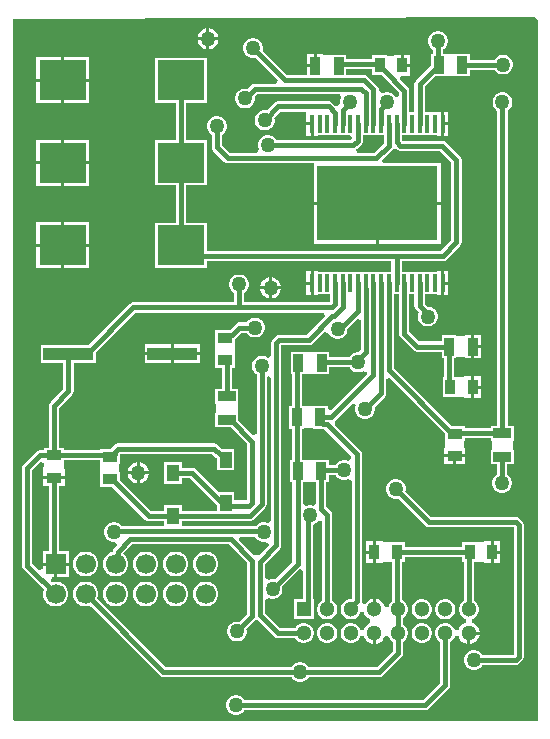
<source format=gbr>
G04*
G04 #@! TF.GenerationSoftware,Altium Limited,Altium Designer,25.4.2 (15)*
G04*
G04 Layer_Physical_Order=1*
G04 Layer_Color=255*
%FSLAX44Y44*%
%MOMM*%
G71*
G04*
G04 #@! TF.SameCoordinates,7F9F24B7-B9C1-45AF-9387-6EDD806BED2B*
G04*
G04*
G04 #@! TF.FilePolarity,Positive*
G04*
G01*
G75*
%ADD19R,4.0000X3.4000*%
%ADD20R,0.8500X1.5000*%
%ADD21R,0.9000X1.3000*%
%ADD22R,10.2000X6.3000*%
%ADD23R,0.4400X1.5000*%
%ADD24R,1.5000X0.8500*%
%ADD25R,1.1000X1.4000*%
%ADD26R,1.3000X0.9000*%
%ADD27R,4.2000X1.1000*%
%ADD42C,0.4500*%
%ADD43C,1.3000*%
%ADD44R,1.3000X1.3000*%
%ADD45R,1.7000X1.7000*%
%ADD46C,1.7000*%
%ADD47C,1.2700*%
G36*
X521000Y649876D02*
Y56000D01*
X77828D01*
X77000Y58000D01*
Y651000D01*
X518876Y651995D01*
X521000Y649876D01*
D02*
G37*
%LPC*%
G36*
X243270Y642863D02*
Y635270D01*
X250863D01*
X250284Y637431D01*
X249114Y639459D01*
X247459Y641114D01*
X245431Y642284D01*
X243270Y642863D01*
D02*
G37*
G36*
X240730D02*
X238569Y642284D01*
X236541Y641114D01*
X234886Y639459D01*
X233716Y637431D01*
X233137Y635270D01*
X240730D01*
Y642863D01*
D02*
G37*
G36*
X250863Y632730D02*
X243270D01*
Y625137D01*
X245431Y625716D01*
X247459Y626886D01*
X249114Y628541D01*
X250284Y630569D01*
X250863Y632730D01*
D02*
G37*
G36*
X240730D02*
X233137D01*
X233716Y630569D01*
X234886Y628541D01*
X236541Y626886D01*
X238569Y625716D01*
X240730Y625137D01*
Y632730D01*
D02*
G37*
G36*
X413440Y620490D02*
X407670D01*
Y612720D01*
X413440D01*
Y620490D01*
D02*
G37*
G36*
X331650Y621050D02*
X326130D01*
Y612280D01*
X331650D01*
Y621050D01*
D02*
G37*
G36*
X141450Y618290D02*
X120180D01*
Y600020D01*
X141450D01*
Y618290D01*
D02*
G37*
G36*
X117640D02*
X96370D01*
Y600020D01*
X117640D01*
Y618290D01*
D02*
G37*
G36*
X141450Y597480D02*
X120180D01*
Y579210D01*
X141450D01*
Y597480D01*
D02*
G37*
G36*
X117640D02*
X96370D01*
Y579210D01*
X117640D01*
Y597480D01*
D02*
G37*
G36*
X437769Y640420D02*
X435571D01*
X433447Y639851D01*
X431543Y638752D01*
X429988Y637197D01*
X428889Y635293D01*
X428320Y633169D01*
Y630971D01*
X428889Y628847D01*
X429988Y626943D01*
X431543Y625388D01*
X432627Y624763D01*
Y621170D01*
X431000D01*
Y611398D01*
X418036Y598434D01*
X417097Y597028D01*
X416767Y595370D01*
Y571550D01*
X412433D01*
Y590009D01*
X412103Y591667D01*
X411164Y593073D01*
X404598Y599638D01*
X405746Y602410D01*
X413440D01*
Y610180D01*
X406400D01*
Y611450D01*
X405130D01*
Y620490D01*
X399360D01*
Y619750D01*
X393900D01*
Y619950D01*
X380900D01*
Y617043D01*
X359170D01*
Y620510D01*
X346670D01*
Y620259D01*
X339710D01*
Y621050D01*
X334190D01*
Y611010D01*
X332920D01*
Y609740D01*
X326130D01*
Y603593D01*
X308585D01*
X288263Y623915D01*
X288500Y624801D01*
Y626999D01*
X287931Y629123D01*
X286832Y631027D01*
X285277Y632582D01*
X283373Y633681D01*
X281249Y634250D01*
X279051D01*
X276927Y633681D01*
X275023Y632582D01*
X273468Y631027D01*
X272369Y629123D01*
X271800Y626999D01*
Y624801D01*
X272369Y622677D01*
X273468Y620773D01*
X275023Y619218D01*
X276927Y618119D01*
X279051Y617550D01*
X281249D01*
X282135Y617787D01*
X300979Y598943D01*
X299736Y595943D01*
X281540D01*
X279882Y595613D01*
X278476Y594674D01*
X275355Y591553D01*
X274469Y591790D01*
X272271D01*
X270147Y591221D01*
X268243Y590122D01*
X266688Y588567D01*
X265589Y586663D01*
X265020Y584539D01*
Y582341D01*
X265589Y580217D01*
X266688Y578313D01*
X268243Y576758D01*
X270147Y575659D01*
X272271Y575090D01*
X274469D01*
X276593Y575659D01*
X278497Y576758D01*
X280052Y578313D01*
X281151Y580217D01*
X281720Y582341D01*
Y584539D01*
X281597Y584996D01*
X283555Y587277D01*
X353351D01*
X353385Y587250D01*
X354908Y584277D01*
X354519Y583603D01*
X353950Y581479D01*
Y579673D01*
X352861Y578318D01*
X351552Y577162D01*
X349644Y577344D01*
X347304Y579684D01*
X345899Y580623D01*
X344240Y580953D01*
X301300D01*
X299642Y580623D01*
X298236Y579684D01*
X291635Y573084D01*
X291089Y573230D01*
X288891D01*
X286767Y572661D01*
X284863Y571562D01*
X283308Y570007D01*
X282209Y568103D01*
X281640Y565979D01*
Y563781D01*
X282209Y561657D01*
X283308Y559753D01*
X284863Y558198D01*
X286767Y557099D01*
X288891Y556530D01*
X291089D01*
X293213Y557099D01*
X295117Y558198D01*
X296672Y559753D01*
X297771Y561657D01*
X298340Y563781D01*
Y565979D01*
X298012Y567204D01*
X303095Y572287D01*
X322441D01*
X325360Y572090D01*
Y563320D01*
X330100D01*
Y562050D01*
X331370D01*
Y552010D01*
X334840D01*
Y552550D01*
X362426D01*
X363682Y549550D01*
X362308Y548153D01*
X299760D01*
X299302Y548947D01*
X297747Y550502D01*
X295843Y551601D01*
X293719Y552170D01*
X291521D01*
X289397Y551601D01*
X287493Y550502D01*
X285938Y548947D01*
X284839Y547043D01*
X284270Y544920D01*
Y542721D01*
X284839Y540597D01*
X285026Y540273D01*
X283294Y537273D01*
X260625D01*
X253763Y544135D01*
Y552750D01*
X254557Y553208D01*
X256112Y554763D01*
X257211Y556667D01*
X257780Y558791D01*
Y560989D01*
X257211Y563113D01*
X256112Y565017D01*
X254557Y566572D01*
X252653Y567671D01*
X250529Y568240D01*
X248331D01*
X246207Y567671D01*
X244303Y566572D01*
X242748Y565017D01*
X241649Y563113D01*
X241080Y560989D01*
Y558791D01*
X241649Y556667D01*
X242748Y554763D01*
X244303Y553208D01*
X245097Y552750D01*
Y542340D01*
X245427Y540682D01*
X246366Y539276D01*
X255766Y529876D01*
X257172Y528937D01*
X258830Y528607D01*
X328817D01*
X331810Y528590D01*
X331810Y525607D01*
Y495820D01*
X385350D01*
X438890D01*
Y528590D01*
X390561D01*
X389318Y531590D01*
X397654Y539926D01*
X399487Y540412D01*
X401445Y540376D01*
X401454Y540371D01*
X402851Y539437D01*
X404510Y539107D01*
X438465D01*
X447987Y529585D01*
Y463265D01*
X439235Y454513D01*
X240910D01*
Y478050D01*
X223243D01*
Y509900D01*
X240910D01*
Y547900D01*
X223243D01*
Y579750D01*
X240910D01*
Y617750D01*
X196910D01*
Y579750D01*
X214577D01*
Y547900D01*
X196910D01*
Y509900D01*
X214577D01*
Y478050D01*
X196910D01*
Y440050D01*
X240910D01*
Y445847D01*
X397267D01*
Y436550D01*
X334840D01*
Y437090D01*
X331370D01*
Y427050D01*
Y417010D01*
X334840D01*
Y417550D01*
X345267D01*
Y410961D01*
X345169Y410863D01*
X272333D01*
Y418860D01*
X273127Y419318D01*
X274682Y420873D01*
X275781Y422777D01*
X276350Y424901D01*
Y427099D01*
X275781Y429223D01*
X274682Y431127D01*
X273127Y432682D01*
X271223Y433781D01*
X269099Y434350D01*
X266901D01*
X264777Y433781D01*
X262873Y432682D01*
X261318Y431127D01*
X260219Y429223D01*
X259650Y427099D01*
Y424901D01*
X260219Y422777D01*
X261318Y420873D01*
X262873Y419318D01*
X263667Y418860D01*
Y410863D01*
X178640D01*
X176982Y410533D01*
X175576Y409594D01*
X140762Y374780D01*
X100890D01*
Y359780D01*
X119557D01*
Y337224D01*
X108696Y326363D01*
X107757Y324958D01*
X107427Y323299D01*
Y287780D01*
X103260D01*
Y285613D01*
X99670D01*
X98012Y285283D01*
X96606Y284344D01*
X85836Y273574D01*
X84897Y272168D01*
X84567Y270510D01*
Y187960D01*
X84897Y186302D01*
X85836Y184896D01*
X103162Y167570D01*
X102530Y165212D01*
Y162448D01*
X103246Y159777D01*
X104628Y157383D01*
X106583Y155428D01*
X108977Y154045D01*
X111648Y153330D01*
X114412D01*
X117083Y154045D01*
X119477Y155428D01*
X121432Y157383D01*
X122814Y159777D01*
X123530Y162448D01*
Y165212D01*
X122814Y167883D01*
X121432Y170277D01*
X119477Y172232D01*
X117083Y173614D01*
X114412Y174330D01*
X111648D01*
X109945Y173874D01*
X108678Y175207D01*
X109929Y178190D01*
X111760D01*
Y187960D01*
X101990D01*
Y184918D01*
X99218Y183770D01*
X93233Y189755D01*
Y268715D01*
X100260Y275742D01*
X103260Y274780D01*
X103429Y272320D01*
X102720Y269320D01*
X102720D01*
Y263550D01*
X111760D01*
X120800D01*
Y269320D01*
X120060D01*
Y274780D01*
X120260D01*
Y276947D01*
X150250D01*
Y273510D01*
X150450D01*
Y267510D01*
X150250D01*
Y254510D01*
X161122D01*
X188826Y226806D01*
X190232Y225867D01*
X191890Y225537D01*
X204590D01*
Y221173D01*
X169056D01*
X169002Y221267D01*
X167447Y222822D01*
X165543Y223921D01*
X163419Y224490D01*
X161221D01*
X159097Y223921D01*
X157193Y222822D01*
X155638Y221267D01*
X154539Y219363D01*
X153970Y217239D01*
Y215041D01*
X154539Y212917D01*
X155638Y211013D01*
X157193Y209458D01*
X159097Y208359D01*
X161221Y207790D01*
X163399D01*
X163446Y207743D01*
X164945Y205093D01*
X162739Y202887D01*
X161800Y201482D01*
X161470Y199823D01*
Y199468D01*
X159777Y199014D01*
X157383Y197632D01*
X155428Y195677D01*
X154046Y193283D01*
X153330Y190612D01*
Y187848D01*
X154046Y185177D01*
X155428Y182783D01*
X157383Y180828D01*
X159777Y179446D01*
X162448Y178730D01*
X165212D01*
X167883Y179446D01*
X170277Y180828D01*
X172232Y182783D01*
X173615Y185177D01*
X174330Y187848D01*
Y190612D01*
X173615Y193283D01*
X172232Y195677D01*
X170277Y197632D01*
X172021Y199913D01*
X178115Y206007D01*
X259505D01*
X275247Y190265D01*
Y147235D01*
X268305Y140293D01*
X267419Y140530D01*
X265221D01*
X263097Y139961D01*
X261193Y138862D01*
X259638Y137307D01*
X258539Y135403D01*
X257970Y133279D01*
Y131081D01*
X258539Y128957D01*
X259638Y127053D01*
X261193Y125498D01*
X263097Y124399D01*
X265221Y123830D01*
X267419D01*
X269543Y124399D01*
X271447Y125498D01*
X273002Y127053D01*
X274101Y128957D01*
X274670Y131081D01*
Y133279D01*
X274433Y134165D01*
X282644Y142376D01*
X285105Y140687D01*
X298046Y127746D01*
X299452Y126807D01*
X301110Y126477D01*
X315597D01*
X316108Y125591D01*
X317691Y124008D01*
X319629Y122889D01*
X321791Y122310D01*
X324029D01*
X326191Y122889D01*
X328129Y124008D01*
X329712Y125591D01*
X330831Y127529D01*
X331410Y129691D01*
Y131929D01*
X330831Y134091D01*
X329712Y136029D01*
X328129Y137612D01*
X326191Y138731D01*
X324029Y139310D01*
X321791D01*
X319629Y138731D01*
X317691Y137612D01*
X316108Y136029D01*
X315597Y135143D01*
X302905D01*
X290413Y147635D01*
Y158772D01*
X293413Y160504D01*
X293457Y160479D01*
X295581Y159910D01*
X297779D01*
X299903Y160479D01*
X301807Y161578D01*
X303362Y163133D01*
X304461Y165037D01*
X305030Y167161D01*
Y169359D01*
X304793Y170245D01*
X319518Y184970D01*
X322518Y183727D01*
Y159310D01*
X314410D01*
Y142310D01*
X331410D01*
Y159310D01*
X331184D01*
Y222626D01*
X331643Y222749D01*
X333547Y223848D01*
X335102Y225403D01*
X335577Y226226D01*
X338577Y225422D01*
Y158123D01*
X337691Y157612D01*
X336108Y156029D01*
X334989Y154091D01*
X334410Y151929D01*
Y149691D01*
X334989Y147529D01*
X336108Y145591D01*
X337691Y144008D01*
X339629Y142889D01*
X341791Y142310D01*
X344029D01*
X346191Y142889D01*
X348129Y144008D01*
X349712Y145591D01*
X350831Y147529D01*
X351410Y149691D01*
Y151929D01*
X350831Y154091D01*
X349712Y156029D01*
X348129Y157612D01*
X347243Y158123D01*
Y231031D01*
X346913Y232689D01*
X345974Y234095D01*
X342153Y237915D01*
Y258470D01*
X344070D01*
Y264387D01*
X350260D01*
X350718Y263593D01*
X352273Y262038D01*
X354177Y260939D01*
X356301Y260370D01*
X358499D01*
X360623Y260939D01*
X360667Y260964D01*
X363667Y259232D01*
Y159995D01*
X362982Y159310D01*
X361791D01*
X359629Y158731D01*
X357691Y157612D01*
X356108Y156029D01*
X354989Y154091D01*
X354410Y151929D01*
Y149691D01*
X354989Y147529D01*
X356108Y145591D01*
X357691Y144008D01*
X359629Y142889D01*
X361791Y142310D01*
X364029D01*
X366191Y142889D01*
X368129Y144008D01*
X369712Y145591D01*
X370831Y147529D01*
X371077Y148450D01*
X374183D01*
X374486Y147321D01*
X375676Y145259D01*
X377359Y143576D01*
X379421Y142386D01*
X379507Y142363D01*
Y139257D01*
X379421Y139234D01*
X377359Y138044D01*
X375676Y136361D01*
X374486Y134299D01*
X374183Y133170D01*
X371077D01*
X370831Y134091D01*
X369712Y136029D01*
X368129Y137612D01*
X366191Y138731D01*
X364029Y139310D01*
X361791D01*
X359629Y138731D01*
X357691Y137612D01*
X356108Y136029D01*
X354989Y134091D01*
X354410Y131929D01*
Y129691D01*
X354989Y127529D01*
X356108Y125591D01*
X357691Y124008D01*
X359629Y122889D01*
X361791Y122310D01*
X364029D01*
X366191Y122889D01*
X368129Y124008D01*
X369712Y125591D01*
X370831Y127529D01*
X371077Y128450D01*
X374183D01*
X374486Y127321D01*
X375676Y125259D01*
X377359Y123576D01*
X379421Y122386D01*
X381640Y121791D01*
Y130810D01*
X384180D01*
Y121791D01*
X386399Y122386D01*
X388461Y123576D01*
X390144Y125259D01*
X391334Y127321D01*
X391637Y128450D01*
X394742D01*
X394989Y127529D01*
X396108Y125591D01*
X397691Y124008D01*
X398577Y123497D01*
Y115705D01*
X385205Y102333D01*
X327140D01*
X326682Y103127D01*
X325127Y104682D01*
X323223Y105781D01*
X321099Y106350D01*
X318901D01*
X316777Y105781D01*
X314873Y104682D01*
X313318Y103127D01*
X312860Y102333D01*
X206055D01*
X148298Y160090D01*
X148930Y162448D01*
Y165212D01*
X148214Y167883D01*
X146832Y170277D01*
X144877Y172232D01*
X142483Y173614D01*
X139812Y174330D01*
X137048D01*
X134377Y173614D01*
X131983Y172232D01*
X130028Y170277D01*
X128646Y167883D01*
X127930Y165212D01*
Y162448D01*
X128646Y159777D01*
X130028Y157383D01*
X131983Y155428D01*
X134377Y154046D01*
X137048Y153330D01*
X139812D01*
X142170Y153962D01*
X201196Y94936D01*
X202602Y93997D01*
X204260Y93667D01*
X312860D01*
X313318Y92873D01*
X314873Y91318D01*
X316777Y90219D01*
X318901Y89650D01*
X321099D01*
X323223Y90219D01*
X325127Y91318D01*
X326682Y92873D01*
X327140Y93667D01*
X387000D01*
X388658Y93997D01*
X390064Y94936D01*
X405974Y110846D01*
X406913Y112252D01*
X407243Y113910D01*
Y123497D01*
X408129Y124008D01*
X409712Y125591D01*
X410831Y127529D01*
X411410Y129691D01*
Y131929D01*
X410831Y134091D01*
X409712Y136029D01*
X408129Y137612D01*
X407243Y138123D01*
Y143497D01*
X408129Y144008D01*
X409712Y145591D01*
X410831Y147529D01*
X411410Y149691D01*
Y151929D01*
X410831Y154091D01*
X409712Y156029D01*
X408129Y157612D01*
X406263Y158689D01*
Y190890D01*
X408430D01*
Y195057D01*
X457100D01*
Y190890D01*
X458577D01*
Y158123D01*
X457691Y157612D01*
X456108Y156029D01*
X454989Y154091D01*
X454410Y151929D01*
Y149691D01*
X454989Y147529D01*
X456108Y145591D01*
X457691Y144008D01*
X459629Y142889D01*
X460550Y142642D01*
Y139537D01*
X459421Y139234D01*
X457359Y138044D01*
X455676Y136361D01*
X454486Y134299D01*
X454183Y133170D01*
X451078D01*
X450831Y134091D01*
X449712Y136029D01*
X448129Y137612D01*
X446191Y138731D01*
X444029Y139310D01*
X441791D01*
X439629Y138731D01*
X437691Y137612D01*
X436108Y136029D01*
X434989Y134091D01*
X434410Y131929D01*
Y129691D01*
X434989Y127529D01*
X436108Y125591D01*
X437691Y124008D01*
X438577Y123497D01*
Y88675D01*
X424295Y74393D01*
X272780D01*
X272322Y75187D01*
X270767Y76742D01*
X268863Y77841D01*
X266739Y78410D01*
X264541D01*
X262417Y77841D01*
X260513Y76742D01*
X258958Y75187D01*
X257859Y73283D01*
X257290Y71159D01*
Y68961D01*
X257859Y66837D01*
X258958Y64933D01*
X260513Y63378D01*
X262417Y62279D01*
X264541Y61710D01*
X266739D01*
X268863Y62279D01*
X270767Y63378D01*
X272322Y64933D01*
X272780Y65727D01*
X426090D01*
X427748Y66057D01*
X429154Y66996D01*
X445974Y83816D01*
X446913Y85222D01*
X447243Y86880D01*
Y123497D01*
X448129Y124008D01*
X449712Y125591D01*
X450831Y127529D01*
X451078Y128450D01*
X454183D01*
X454486Y127321D01*
X455676Y125259D01*
X457359Y123576D01*
X459421Y122386D01*
X461640Y121791D01*
Y130810D01*
X462910D01*
Y132080D01*
X471929D01*
X471334Y134299D01*
X470144Y136361D01*
X468461Y138044D01*
X466399Y139234D01*
X465270Y139537D01*
Y142642D01*
X466191Y142889D01*
X468129Y144008D01*
X469712Y145591D01*
X470831Y147529D01*
X471410Y149691D01*
Y151929D01*
X470831Y154091D01*
X469712Y156029D01*
X468129Y157612D01*
X467243Y158123D01*
Y190890D01*
X470100D01*
Y191090D01*
X475560D01*
Y190350D01*
X481330D01*
Y199390D01*
Y208430D01*
X475560D01*
Y207690D01*
X470100D01*
Y207890D01*
X457100D01*
Y203723D01*
X408430D01*
Y207890D01*
X395430D01*
Y207690D01*
X389970D01*
Y208430D01*
X384200D01*
Y199390D01*
Y190350D01*
X389970D01*
Y191090D01*
X395430D01*
Y190890D01*
X397597D01*
Y157518D01*
X396108Y156029D01*
X394989Y154091D01*
X394742Y153170D01*
X391637D01*
X391334Y154299D01*
X390144Y156361D01*
X388461Y158044D01*
X386399Y159234D01*
X384180Y159829D01*
Y150810D01*
X381640D01*
Y159829D01*
X379421Y159234D01*
X377359Y158044D01*
X375676Y156361D01*
X375275Y155665D01*
X371907Y155832D01*
X371755Y156170D01*
X372003Y156542D01*
X372333Y158200D01*
Y282540D01*
X372003Y284198D01*
X371064Y285604D01*
X349732Y306936D01*
X349581Y309211D01*
X350019Y310891D01*
X364905Y325777D01*
X367306Y323935D01*
X367189Y323733D01*
X366620Y321609D01*
Y319411D01*
X367189Y317287D01*
X368288Y315383D01*
X369843Y313828D01*
X371747Y312729D01*
X373871Y312160D01*
X376069D01*
X378193Y312729D01*
X380097Y313828D01*
X381652Y315383D01*
X382751Y317287D01*
X383320Y319411D01*
Y321609D01*
X383083Y322495D01*
X391664Y331076D01*
X392603Y332482D01*
X392933Y334140D01*
Y345589D01*
X395705Y346737D01*
X442350Y300092D01*
Y293220D01*
X442550D01*
Y287760D01*
X441810D01*
Y281990D01*
X450850D01*
X459890D01*
Y287760D01*
X459150D01*
Y293220D01*
X459350D01*
Y295547D01*
X481830D01*
Y293630D01*
X482079D01*
Y286130D01*
X481830D01*
Y273630D01*
X486607D01*
Y264940D01*
X485813Y264482D01*
X484258Y262927D01*
X483159Y261023D01*
X482590Y258899D01*
Y256701D01*
X483159Y254577D01*
X484258Y252673D01*
X485813Y251118D01*
X487717Y250019D01*
X489841Y249450D01*
X492039D01*
X494163Y250019D01*
X496067Y251118D01*
X497622Y252673D01*
X498721Y254577D01*
X499290Y256701D01*
Y258899D01*
X498721Y261023D01*
X497622Y262927D01*
X496067Y264482D01*
X495273Y264940D01*
Y273630D01*
X500830D01*
Y286130D01*
X500579D01*
Y293630D01*
X500830D01*
Y306130D01*
X495593D01*
Y573190D01*
X496387Y573648D01*
X497942Y575203D01*
X499041Y577107D01*
X499610Y579231D01*
Y581429D01*
X499041Y583553D01*
X497942Y585457D01*
X496387Y587012D01*
X494483Y588111D01*
X492359Y588680D01*
X490161D01*
X488037Y588111D01*
X486133Y587012D01*
X484578Y585457D01*
X483479Y583553D01*
X482910Y581429D01*
Y579231D01*
X483479Y577107D01*
X484578Y575203D01*
X486133Y573648D01*
X486927Y573190D01*
Y306130D01*
X481830D01*
Y304213D01*
X459350D01*
Y306220D01*
X448478D01*
X399433Y355265D01*
Y417550D01*
X403767D01*
Y384380D01*
X404097Y382722D01*
X405036Y381316D01*
X416036Y370316D01*
X417442Y369377D01*
X419100Y369047D01*
X439840D01*
Y363880D01*
X441757D01*
Y347590D01*
X440590D01*
Y330590D01*
X453590D01*
Y330790D01*
X459050D01*
Y330050D01*
X464820D01*
Y339090D01*
Y348130D01*
X459050D01*
Y347390D01*
X453590D01*
Y347590D01*
X450423D01*
Y363880D01*
X452340D01*
Y364131D01*
X459300D01*
Y363340D01*
X464820D01*
Y373380D01*
Y383420D01*
X459300D01*
Y382631D01*
X452340D01*
Y382880D01*
X439840D01*
Y377713D01*
X420895D01*
X412433Y386175D01*
Y417550D01*
X416767D01*
Y407554D01*
X417097Y405896D01*
X418036Y404490D01*
X420324Y402202D01*
X420209Y402003D01*
X419640Y399879D01*
Y397681D01*
X420209Y395557D01*
X421308Y393653D01*
X422863Y392098D01*
X424767Y390999D01*
X426891Y390430D01*
X429089D01*
X431213Y390999D01*
X433117Y392098D01*
X434672Y393653D01*
X435771Y395557D01*
X436340Y397681D01*
Y399879D01*
X435771Y402003D01*
X434672Y403907D01*
X433117Y405462D01*
X431213Y406561D01*
X429089Y407130D01*
X427652D01*
X425433Y409349D01*
Y417550D01*
X435860D01*
Y417010D01*
X439330D01*
Y427050D01*
Y437090D01*
X435860D01*
Y436550D01*
X405933D01*
Y445847D01*
X441030D01*
X442688Y446177D01*
X444094Y447116D01*
X455384Y458406D01*
X456323Y459812D01*
X456653Y461470D01*
Y531380D01*
X456323Y533038D01*
X455384Y534444D01*
X443324Y546504D01*
X441918Y547444D01*
X440260Y547773D01*
X406305D01*
X405933Y548145D01*
Y552550D01*
X435860D01*
Y552010D01*
X439330D01*
Y562050D01*
Y572090D01*
X435860D01*
Y571550D01*
X425433D01*
Y593575D01*
X434028Y602170D01*
X443500D01*
Y602419D01*
X451000D01*
Y602170D01*
X463500D01*
Y607597D01*
X484690D01*
X485056Y606962D01*
X486611Y605407D01*
X488515Y604308D01*
X490639Y603739D01*
X492837D01*
X494961Y604308D01*
X496865Y605407D01*
X498419Y606962D01*
X499519Y608866D01*
X500088Y610990D01*
Y613188D01*
X499519Y615312D01*
X498419Y617216D01*
X496865Y618771D01*
X494961Y619870D01*
X492837Y620439D01*
X490639D01*
X488515Y619870D01*
X486611Y618771D01*
X485056Y617216D01*
X484506Y616263D01*
X463500D01*
Y621170D01*
X451000D01*
Y620919D01*
X443500D01*
Y621170D01*
X441293D01*
Y625098D01*
X441797Y625388D01*
X443352Y626943D01*
X444451Y628847D01*
X445020Y630971D01*
Y633169D01*
X444451Y635293D01*
X443352Y637197D01*
X441797Y638752D01*
X439893Y639851D01*
X437769Y640420D01*
D02*
G37*
G36*
X445340Y572090D02*
X441870D01*
Y563320D01*
X445340D01*
Y572090D01*
D02*
G37*
G36*
Y560780D02*
X441870D01*
Y552010D01*
X445340D01*
Y560780D01*
D02*
G37*
G36*
X328830D02*
X325360D01*
Y552010D01*
X328830D01*
Y560780D01*
D02*
G37*
G36*
X141450Y548440D02*
X120180D01*
Y530170D01*
X141450D01*
Y548440D01*
D02*
G37*
G36*
X117640D02*
X96370D01*
Y530170D01*
X117640D01*
Y548440D01*
D02*
G37*
G36*
X141450Y527630D02*
X120180D01*
Y509360D01*
X141450D01*
Y527630D01*
D02*
G37*
G36*
X117640D02*
X96370D01*
Y509360D01*
X117640D01*
Y527630D01*
D02*
G37*
G36*
X438890Y493280D02*
X386620D01*
Y460510D01*
X438890D01*
Y493280D01*
D02*
G37*
G36*
X384080D02*
X331810D01*
Y460510D01*
X384080D01*
Y493280D01*
D02*
G37*
G36*
X141450Y478590D02*
X120180D01*
Y460320D01*
X141450D01*
Y478590D01*
D02*
G37*
G36*
X117640D02*
X96370D01*
Y460320D01*
X117640D01*
Y478590D01*
D02*
G37*
G36*
X141450Y457780D02*
X120180D01*
Y439510D01*
X141450D01*
Y457780D01*
D02*
G37*
G36*
X117640D02*
X96370D01*
Y439510D01*
X117640D01*
Y457780D01*
D02*
G37*
G36*
X445340Y437090D02*
X441870D01*
Y428320D01*
X445340D01*
Y437090D01*
D02*
G37*
G36*
X328830D02*
X325360D01*
Y428320D01*
X328830D01*
Y437090D01*
D02*
G37*
G36*
X296270Y431863D02*
Y424270D01*
X303863D01*
X303284Y426431D01*
X302114Y428459D01*
X300459Y430114D01*
X298431Y431284D01*
X296270Y431863D01*
D02*
G37*
G36*
X293730D02*
X291569Y431284D01*
X289541Y430114D01*
X287886Y428459D01*
X286716Y426431D01*
X286137Y424270D01*
X293730D01*
Y431863D01*
D02*
G37*
G36*
X445340Y425780D02*
X441870D01*
Y417010D01*
X445340D01*
Y425780D01*
D02*
G37*
G36*
X328830D02*
X325360D01*
Y417010D01*
X328830D01*
Y425780D01*
D02*
G37*
G36*
X303863Y421730D02*
X296270D01*
Y414137D01*
X298431Y414716D01*
X300459Y415886D01*
X302114Y417541D01*
X303284Y419569D01*
X303863Y421730D01*
D02*
G37*
G36*
X293730D02*
X286137D01*
X286716Y419569D01*
X287886Y417541D01*
X289541Y415886D01*
X291569Y414716D01*
X293730Y414137D01*
Y421730D01*
D02*
G37*
G36*
X472880Y383420D02*
X467360D01*
Y374650D01*
X472880D01*
Y383420D01*
D02*
G37*
G36*
Y372110D02*
X467360D01*
Y363340D01*
X472880D01*
Y372110D01*
D02*
G37*
G36*
X473130Y348130D02*
X467360D01*
Y340360D01*
X473130D01*
Y348130D01*
D02*
G37*
G36*
Y337820D02*
X467360D01*
Y330050D01*
X473130D01*
Y337820D01*
D02*
G37*
G36*
X459890Y279450D02*
X452120D01*
Y273680D01*
X459890D01*
Y279450D01*
D02*
G37*
G36*
X449580D02*
X441810D01*
Y273680D01*
X449580D01*
Y279450D01*
D02*
G37*
G36*
X489640Y208430D02*
X483870D01*
Y200660D01*
X489640D01*
Y208430D01*
D02*
G37*
G36*
X381660D02*
X375890D01*
Y200660D01*
X381660D01*
Y208430D01*
D02*
G37*
G36*
X120800Y261010D02*
X111760D01*
X102720D01*
Y255240D01*
X107427D01*
Y200270D01*
X101990D01*
Y190500D01*
X113030D01*
X124070D01*
Y200270D01*
X116093D01*
Y255240D01*
X120800D01*
Y261010D01*
D02*
G37*
G36*
X489640Y198120D02*
X483870D01*
Y190350D01*
X489640D01*
Y198120D01*
D02*
G37*
G36*
X381660D02*
X375890D01*
Y190350D01*
X381660D01*
Y198120D01*
D02*
G37*
G36*
X139812Y199730D02*
X137048D01*
X134377Y199014D01*
X131983Y197632D01*
X130028Y195677D01*
X128646Y193283D01*
X127930Y190612D01*
Y187848D01*
X128646Y185177D01*
X130028Y182783D01*
X131983Y180828D01*
X134377Y179446D01*
X137048Y178730D01*
X139812D01*
X142483Y179446D01*
X144877Y180828D01*
X146832Y182783D01*
X148215Y185177D01*
X148930Y187848D01*
Y190612D01*
X148215Y193283D01*
X146832Y195677D01*
X144877Y197632D01*
X142483Y199014D01*
X139812Y199730D01*
D02*
G37*
G36*
X241412Y199730D02*
X238648D01*
X235977Y199014D01*
X233583Y197632D01*
X231628Y195677D01*
X230246Y193283D01*
X229530Y190612D01*
Y187848D01*
X230246Y185177D01*
X231628Y182783D01*
X233583Y180828D01*
X235977Y179446D01*
X238648Y178730D01*
X241412D01*
X244083Y179446D01*
X246477Y180828D01*
X248432Y182783D01*
X249814Y185177D01*
X250530Y187848D01*
Y190612D01*
X249814Y193283D01*
X248432Y195677D01*
X246477Y197632D01*
X244083Y199014D01*
X241412Y199730D01*
D02*
G37*
G36*
X216012Y199730D02*
X213248D01*
X210577Y199014D01*
X208183Y197632D01*
X206228Y195677D01*
X204846Y193283D01*
X204130Y190612D01*
Y187848D01*
X204846Y185177D01*
X206228Y182783D01*
X208183Y180828D01*
X210577Y179445D01*
X213248Y178730D01*
X216012D01*
X218683Y179445D01*
X221077Y180828D01*
X223032Y182783D01*
X224414Y185177D01*
X225130Y187848D01*
Y190612D01*
X224414Y193283D01*
X223032Y195677D01*
X221077Y197632D01*
X218683Y199014D01*
X216012Y199730D01*
D02*
G37*
G36*
X190612D02*
X187848D01*
X185177Y199014D01*
X182783Y197632D01*
X180828Y195677D01*
X179446Y193283D01*
X178730Y190612D01*
Y187848D01*
X179446Y185177D01*
X180828Y182783D01*
X182783Y180828D01*
X185177Y179445D01*
X187848Y178730D01*
X190612D01*
X193283Y179445D01*
X195677Y180828D01*
X197632Y182783D01*
X199014Y185177D01*
X199730Y187848D01*
Y190612D01*
X199014Y193283D01*
X197632Y195677D01*
X195677Y197632D01*
X193283Y199014D01*
X190612Y199730D01*
D02*
G37*
G36*
X124070Y187960D02*
X114300D01*
Y178190D01*
X124070D01*
Y187960D01*
D02*
G37*
G36*
X216012Y174330D02*
X213248D01*
X210577Y173614D01*
X208183Y172232D01*
X206228Y170277D01*
X204846Y167883D01*
X204130Y165212D01*
Y162448D01*
X204846Y159777D01*
X206228Y157383D01*
X208183Y155428D01*
X210577Y154046D01*
X213248Y153330D01*
X216012D01*
X218683Y154046D01*
X221077Y155428D01*
X223032Y157383D01*
X224414Y159777D01*
X225130Y162448D01*
Y165212D01*
X224414Y167883D01*
X223032Y170277D01*
X221077Y172232D01*
X218683Y173614D01*
X216012Y174330D01*
D02*
G37*
G36*
X241412Y174330D02*
X238648D01*
X235977Y173614D01*
X233583Y172232D01*
X231628Y170277D01*
X230246Y167883D01*
X229530Y165212D01*
Y162448D01*
X230246Y159777D01*
X231628Y157383D01*
X233583Y155428D01*
X235977Y154046D01*
X238648Y153330D01*
X241412D01*
X244083Y154046D01*
X246477Y155428D01*
X248432Y157383D01*
X249814Y159777D01*
X250530Y162448D01*
Y165212D01*
X249814Y167883D01*
X248432Y170277D01*
X246477Y172232D01*
X244083Y173614D01*
X241412Y174330D01*
D02*
G37*
G36*
X190612D02*
X187848D01*
X185177Y173614D01*
X182783Y172232D01*
X180828Y170277D01*
X179446Y167883D01*
X178730Y165212D01*
Y162448D01*
X179446Y159777D01*
X180828Y157383D01*
X182783Y155428D01*
X185177Y154046D01*
X187848Y153330D01*
X190612D01*
X193283Y154046D01*
X195677Y155428D01*
X197632Y157383D01*
X199014Y159777D01*
X199730Y162448D01*
Y165212D01*
X199014Y167883D01*
X197632Y170277D01*
X195677Y172232D01*
X193283Y173614D01*
X190612Y174330D01*
D02*
G37*
G36*
X165212D02*
X162448D01*
X159777Y173614D01*
X157383Y172232D01*
X155428Y170277D01*
X154046Y167883D01*
X153330Y165212D01*
Y162448D01*
X154046Y159777D01*
X155428Y157383D01*
X157383Y155428D01*
X159777Y154046D01*
X162448Y153330D01*
X165212D01*
X167883Y154046D01*
X170277Y155428D01*
X172232Y157383D01*
X173614Y159777D01*
X174330Y162448D01*
Y165212D01*
X173614Y167883D01*
X172232Y170277D01*
X170277Y172232D01*
X167883Y173614D01*
X165212Y174330D01*
D02*
G37*
G36*
X424029Y159310D02*
X421791D01*
X419629Y158731D01*
X417691Y157612D01*
X416108Y156029D01*
X414989Y154091D01*
X414410Y151929D01*
Y149691D01*
X414989Y147529D01*
X416108Y145591D01*
X417691Y144008D01*
X419629Y142889D01*
X421791Y142310D01*
X424029D01*
X426191Y142889D01*
X428129Y144008D01*
X429712Y145591D01*
X430831Y147529D01*
X431410Y149691D01*
Y151929D01*
X430831Y154091D01*
X429712Y156029D01*
X428129Y157612D01*
X426191Y158731D01*
X424029Y159310D01*
D02*
G37*
G36*
X444029Y159310D02*
X441791D01*
X439629Y158731D01*
X437691Y157612D01*
X436108Y156029D01*
X434989Y154091D01*
X434410Y151929D01*
Y149691D01*
X434989Y147529D01*
X436108Y145591D01*
X437691Y144008D01*
X439629Y142889D01*
X441791Y142310D01*
X444029D01*
X446191Y142889D01*
X448129Y144008D01*
X449712Y145591D01*
X450831Y147529D01*
X451410Y149691D01*
Y151929D01*
X450831Y154091D01*
X449712Y156029D01*
X448129Y157612D01*
X446191Y158731D01*
X444029Y159310D01*
D02*
G37*
G36*
X344029Y139310D02*
X341791D01*
X339629Y138731D01*
X337691Y137612D01*
X336108Y136029D01*
X334989Y134091D01*
X334410Y131929D01*
Y129691D01*
X334989Y127529D01*
X336108Y125591D01*
X337691Y124008D01*
X339629Y122889D01*
X341791Y122310D01*
X344029D01*
X346191Y122889D01*
X348129Y124008D01*
X349712Y125591D01*
X350831Y127529D01*
X351410Y129691D01*
Y131929D01*
X350831Y134091D01*
X349712Y136029D01*
X348129Y137612D01*
X346191Y138731D01*
X344029Y139310D01*
D02*
G37*
G36*
X424029Y139310D02*
X421791D01*
X419629Y138731D01*
X417691Y137612D01*
X416108Y136029D01*
X414989Y134091D01*
X414410Y131929D01*
Y129691D01*
X414989Y127529D01*
X416108Y125591D01*
X417691Y124008D01*
X419629Y122889D01*
X421791Y122310D01*
X424029D01*
X426191Y122889D01*
X428129Y124008D01*
X429712Y125591D01*
X430831Y127529D01*
X431410Y129691D01*
Y131929D01*
X430831Y134091D01*
X429712Y136029D01*
X428129Y137612D01*
X426191Y138731D01*
X424029Y139310D01*
D02*
G37*
G36*
X471929Y129540D02*
X464180D01*
Y121791D01*
X466399Y122386D01*
X468461Y123576D01*
X470144Y125259D01*
X471334Y127321D01*
X471929Y129540D01*
D02*
G37*
G36*
X402099Y261350D02*
X399901D01*
X397777Y260781D01*
X395873Y259682D01*
X394318Y258127D01*
X393219Y256223D01*
X392650Y254099D01*
Y251901D01*
X393219Y249777D01*
X394318Y247873D01*
X395873Y246318D01*
X397777Y245219D01*
X399901Y244650D01*
X402099D01*
X402985Y244887D01*
X425936Y221936D01*
X427342Y220997D01*
X429000Y220667D01*
X500569D01*
X500667Y220569D01*
Y112431D01*
X500569Y112333D01*
X474140D01*
X473682Y113127D01*
X472127Y114682D01*
X470223Y115781D01*
X468099Y116350D01*
X465901D01*
X463777Y115781D01*
X461873Y114682D01*
X460318Y113127D01*
X459219Y111223D01*
X458650Y109099D01*
Y106901D01*
X459219Y104777D01*
X460318Y102873D01*
X461873Y101318D01*
X463777Y100219D01*
X465901Y99650D01*
X468099D01*
X470223Y100219D01*
X472127Y101318D01*
X473682Y102873D01*
X474140Y103667D01*
X502364D01*
X504022Y103997D01*
X505428Y104936D01*
X508064Y107572D01*
X509003Y108978D01*
X509333Y110636D01*
Y222364D01*
X509003Y224022D01*
X508064Y225428D01*
X505428Y228064D01*
X504022Y229003D01*
X502364Y229333D01*
X430795D01*
X409113Y251015D01*
X409350Y251901D01*
Y254099D01*
X408781Y256223D01*
X407682Y258127D01*
X406127Y259682D01*
X404223Y260781D01*
X402099Y261350D01*
D02*
G37*
%LPD*%
G36*
X380900Y602950D02*
X389030D01*
X403767Y588214D01*
Y585297D01*
X400767Y584493D01*
X400072Y585697D01*
X398517Y587252D01*
X396613Y588351D01*
X394489Y588920D01*
X392291D01*
X390167Y588351D01*
X389433Y587927D01*
X386535Y589370D01*
X386433Y589494D01*
Y591100D01*
X386103Y592758D01*
X385164Y594164D01*
X377004Y602324D01*
X375598Y603263D01*
X373940Y603593D01*
X359170D01*
Y608377D01*
X380900D01*
Y602950D01*
D02*
G37*
G36*
X390767Y545295D02*
X382745Y537273D01*
X368198D01*
X367462Y540273D01*
X368184Y540756D01*
X372164Y544736D01*
X373103Y546142D01*
X373433Y547800D01*
Y552550D01*
X390767D01*
Y545295D01*
D02*
G37*
G36*
X341438Y399197D02*
X325564Y383323D01*
X302476D01*
X300818Y382993D01*
X299412Y382054D01*
X296776Y379418D01*
X295837Y378012D01*
X295507Y376354D01*
Y365164D01*
X292577Y363852D01*
X290673Y364951D01*
X288549Y365520D01*
X286351D01*
X284227Y364951D01*
X282323Y363852D01*
X280768Y362297D01*
X279669Y360393D01*
X279100Y358269D01*
Y356071D01*
X279669Y353947D01*
X280768Y352043D01*
X282323Y350488D01*
X283117Y350030D01*
Y299464D01*
X280117Y298221D01*
X267310Y311028D01*
Y317400D01*
X267061D01*
Y324900D01*
X267310D01*
Y337400D01*
X262143D01*
Y355450D01*
X265040D01*
Y368450D01*
X264840D01*
Y374450D01*
X265040D01*
Y380033D01*
X265194Y380136D01*
X270185Y385127D01*
X274610D01*
X275068Y384333D01*
X276623Y382778D01*
X278527Y381679D01*
X280651Y381110D01*
X282849D01*
X284973Y381679D01*
X286877Y382778D01*
X288432Y384333D01*
X289531Y386237D01*
X290100Y388361D01*
Y390559D01*
X289531Y392683D01*
X288432Y394587D01*
X286877Y396142D01*
X284973Y397241D01*
X282849Y397810D01*
X280651D01*
X278527Y397241D01*
X276623Y396142D01*
X275068Y394587D01*
X274610Y393793D01*
X268390D01*
X266732Y393463D01*
X265326Y392524D01*
X260335Y387533D01*
X258790D01*
X258371Y387450D01*
X248040D01*
Y374450D01*
X248240D01*
Y368450D01*
X248040D01*
Y355450D01*
X253477D01*
Y337400D01*
X248310D01*
Y324900D01*
X248561D01*
Y317400D01*
X248310D01*
Y304900D01*
X261182D01*
X275067Y291015D01*
Y243095D01*
X275065Y243093D01*
X264320D01*
Y250170D01*
X251018D01*
X231754Y269434D01*
X230348Y270373D01*
X228690Y270703D01*
X219590D01*
Y275370D01*
X204590D01*
Y257370D01*
X219590D01*
Y262037D01*
X226895D01*
X249320Y239612D01*
Y234203D01*
X219590D01*
Y238870D01*
X204590D01*
Y234203D01*
X193685D01*
X167250Y260638D01*
Y267510D01*
X167050D01*
Y273510D01*
X167250D01*
Y281841D01*
X167333Y282260D01*
Y282465D01*
X167535Y282667D01*
X245695D01*
X249006Y279356D01*
X249320Y279146D01*
Y268670D01*
X264320D01*
Y286670D01*
X253989D01*
X253938Y286680D01*
X250554Y290064D01*
X249148Y291003D01*
X247490Y291333D01*
X165740D01*
X164082Y291003D01*
X162676Y290064D01*
X159936Y287324D01*
X159392Y286510D01*
X150250D01*
Y285613D01*
X120260D01*
Y287780D01*
X116093D01*
Y321505D01*
X126954Y332365D01*
X127893Y333771D01*
X128223Y335429D01*
Y359780D01*
X146890D01*
Y368652D01*
X180435Y402197D01*
X340195D01*
X341438Y399197D01*
D02*
G37*
G36*
X371267Y395721D02*
Y370614D01*
X369003Y368350D01*
X367901D01*
X365777Y367781D01*
X363873Y366682D01*
X362318Y365127D01*
X361860Y364333D01*
X344460D01*
Y368911D01*
X331960D01*
Y368660D01*
X324460D01*
Y368911D01*
X311960D01*
Y349911D01*
X313322D01*
Y322940D01*
X310850D01*
Y303940D01*
X313127D01*
Y277470D01*
X311570D01*
Y258470D01*
X313487D01*
Y191195D01*
X298665Y176373D01*
X297779Y176610D01*
X295581D01*
X293457Y176041D01*
X293413Y176016D01*
X290413Y177748D01*
Y189535D01*
X302904Y202026D01*
X303843Y203432D01*
X304173Y205090D01*
Y374559D01*
X304271Y374657D01*
X327359D01*
X329018Y374987D01*
X330423Y375926D01*
X340560Y386062D01*
X343906Y385166D01*
X343919Y385117D01*
X345018Y383213D01*
X346573Y381658D01*
X348477Y380559D01*
X350601Y379990D01*
X352799D01*
X354923Y380559D01*
X356827Y381658D01*
X358382Y383213D01*
X359481Y385117D01*
X360050Y387241D01*
Y388424D01*
X368495Y396869D01*
X371267Y395721D01*
D02*
G37*
G36*
X362318Y354873D02*
X363873Y353318D01*
X365777Y352219D01*
X367901Y351650D01*
X370099D01*
X372223Y352219D01*
X373373Y352883D01*
X375738Y352155D01*
X376591Y351540D01*
X376816Y349944D01*
X346350Y319478D01*
X343350Y320721D01*
Y322940D01*
X330850D01*
Y322689D01*
X323350D01*
Y322940D01*
X321988D01*
Y349911D01*
X324460D01*
Y350160D01*
X331960D01*
Y349911D01*
X344460D01*
Y355667D01*
X361860D01*
X362318Y354873D01*
D02*
G37*
G36*
X330850Y303940D02*
X338681D01*
X339100Y303857D01*
X340555D01*
X363439Y280973D01*
X363200Y277938D01*
X360667Y276476D01*
X360623Y276501D01*
X358499Y277070D01*
X356301D01*
X354177Y276501D01*
X352273Y275402D01*
X350718Y273847D01*
X350260Y273053D01*
X344070D01*
Y277470D01*
X331570D01*
Y277219D01*
X324070D01*
Y277470D01*
X321793D01*
Y303940D01*
X323350D01*
Y304189D01*
X330850D01*
Y303940D01*
D02*
G37*
G36*
X331570Y258470D02*
X333487D01*
Y240390D01*
X330487Y238621D01*
X329519Y238880D01*
X327321D01*
X325197Y238311D01*
X325153Y238286D01*
X322153Y240018D01*
Y258470D01*
X324070D01*
Y258719D01*
X331570D01*
Y258470D01*
D02*
G37*
G36*
X295507Y346394D02*
Y226078D01*
X292507Y224346D01*
X292463Y224371D01*
X290339Y224940D01*
X288141D01*
X286017Y224371D01*
X284113Y223272D01*
X282558Y221717D01*
X282244Y221173D01*
X219590D01*
Y225537D01*
X277162D01*
X278821Y225867D01*
X280226Y226806D01*
X290514Y237094D01*
X291453Y238499D01*
X291783Y240158D01*
Y347557D01*
X292507Y348025D01*
X295507Y346394D01*
D02*
G37*
G36*
X282558Y211463D02*
X284113Y209908D01*
X286017Y208809D01*
X288141Y208240D01*
X290339D01*
X293300Y205957D01*
X293448Y204827D01*
X285088Y196466D01*
X281074Y196695D01*
X268033Y209735D01*
X269181Y212507D01*
X281956D01*
X282558Y211463D01*
D02*
G37*
%LPC*%
G36*
X235430Y375320D02*
X213160D01*
Y368550D01*
X235430D01*
Y375320D01*
D02*
G37*
G36*
X210620D02*
X188350D01*
Y368550D01*
X210620D01*
Y375320D01*
D02*
G37*
G36*
X235430Y366010D02*
X213160D01*
Y359240D01*
X235430D01*
Y366010D01*
D02*
G37*
G36*
X210620D02*
X188350D01*
Y359240D01*
X210620D01*
Y366010D01*
D02*
G37*
G36*
X184164Y275296D02*
Y267702D01*
X191757D01*
X191178Y269864D01*
X190008Y271891D01*
X188353Y273546D01*
X186325Y274716D01*
X184164Y275296D01*
D02*
G37*
G36*
X181624D02*
X179463Y274716D01*
X177435Y273546D01*
X175780Y271891D01*
X174610Y269864D01*
X174031Y267702D01*
X181624D01*
Y275296D01*
D02*
G37*
G36*
X191757Y265162D02*
X184164D01*
Y257569D01*
X186325Y258148D01*
X188353Y259319D01*
X190008Y260974D01*
X191178Y263001D01*
X191757Y265162D01*
D02*
G37*
G36*
X181624D02*
X174031D01*
X174610Y263001D01*
X175780Y260974D01*
X177435Y259319D01*
X179463Y258148D01*
X181624Y257569D01*
Y265162D01*
D02*
G37*
%LPD*%
D19*
X118910Y528900D02*
D03*
X218910D02*
D03*
Y459050D02*
D03*
X118910D02*
D03*
X218910Y598750D02*
D03*
X118910D02*
D03*
D20*
X352920Y611010D02*
D03*
X332920D02*
D03*
X457250Y611670D02*
D03*
X437250D02*
D03*
X446090Y373380D02*
D03*
X466090D02*
D03*
X337820Y267970D02*
D03*
X317820D02*
D03*
X338210Y359411D02*
D03*
X318210D02*
D03*
X337100Y313440D02*
D03*
X317100D02*
D03*
D21*
X406400Y611450D02*
D03*
X387400D02*
D03*
X466090Y339090D02*
D03*
X447090D02*
D03*
X382930Y199390D02*
D03*
X401930D02*
D03*
X463600D02*
D03*
X482600D02*
D03*
D22*
X385350Y494550D02*
D03*
D23*
X330100Y562050D02*
D03*
X336600D02*
D03*
X343100D02*
D03*
X349600D02*
D03*
X356100D02*
D03*
X362600D02*
D03*
X369100D02*
D03*
X375600D02*
D03*
X382100D02*
D03*
X388600D02*
D03*
X395100D02*
D03*
X401600D02*
D03*
X408100D02*
D03*
X414600D02*
D03*
X421100D02*
D03*
X427600D02*
D03*
X434100D02*
D03*
X440600D02*
D03*
X330100Y427050D02*
D03*
X336600D02*
D03*
X343100D02*
D03*
X349600D02*
D03*
X356100D02*
D03*
X362600D02*
D03*
X369100D02*
D03*
X375600D02*
D03*
X382100D02*
D03*
X388600D02*
D03*
X395100D02*
D03*
X401600D02*
D03*
X408100D02*
D03*
X414600D02*
D03*
X421100D02*
D03*
X427600D02*
D03*
X434100D02*
D03*
X440600D02*
D03*
D24*
X491330Y279880D02*
D03*
Y299880D02*
D03*
X257810Y331150D02*
D03*
Y311150D02*
D03*
D25*
X212090Y266370D02*
D03*
Y229870D02*
D03*
X256820Y277670D02*
D03*
Y241170D02*
D03*
D26*
X111760Y262280D02*
D03*
Y281280D02*
D03*
X450850Y299720D02*
D03*
Y280720D02*
D03*
X256540Y361950D02*
D03*
Y380950D02*
D03*
X158750Y261010D02*
D03*
Y280010D02*
D03*
D27*
X211890Y367280D02*
D03*
X123890D02*
D03*
D42*
X353838Y388340D02*
X369100Y403602D01*
Y427050D01*
X165740Y287000D02*
X247490D01*
X163000Y284260D02*
X165740Y287000D01*
X247490D02*
X252070Y282420D01*
X163000Y282260D02*
Y284260D01*
X160750Y280010D02*
X163000Y282260D01*
X111760Y190500D02*
Y262280D01*
Y190500D02*
X113030Y189230D01*
X158750Y280010D02*
X160750D01*
X253570Y282420D02*
X256820Y279170D01*
Y277670D02*
Y279170D01*
X252070Y282420D02*
X253570D01*
X111760Y281280D02*
X157480D01*
X268000Y406530D02*
Y426000D01*
Y406530D02*
X346964D01*
X178640D02*
X268000D01*
X467000Y108000D02*
X502364D01*
X505000Y110636D01*
Y222364D01*
X502364Y225000D02*
X505000Y222364D01*
X429000Y225000D02*
X502364D01*
X401000Y253000D02*
X429000Y225000D01*
X387000Y98000D02*
X402910Y113910D01*
X204260Y98000D02*
X387000D01*
X138430Y163830D02*
X204260Y98000D01*
X368000Y158200D02*
Y282540D01*
X342350Y308190D02*
X368000Y282540D01*
X338570Y268720D02*
X357400D01*
X362910Y153110D02*
X368000Y158200D01*
X356100Y406474D02*
Y427050D01*
X348566Y398940D02*
X356100Y406474D01*
X302476Y378990D02*
X327359D01*
X347309Y398940D02*
X348566D01*
X351700Y388340D02*
X353838D01*
X327359Y378990D02*
X347309Y398940D01*
X338210Y359411D02*
X338799Y360000D01*
X369000D01*
X375600Y368819D02*
Y421800D01*
X369000Y362219D02*
X375600Y368819D01*
X369000Y360000D02*
Y362219D01*
X346440Y313440D02*
X382100Y349100D01*
X337100Y313440D02*
X346440D01*
X382100Y349100D02*
Y427050D01*
X337100Y310190D02*
Y313440D01*
X299840Y205090D02*
Y376354D01*
X286080Y191330D02*
X299840Y205090D01*
X286080Y145840D02*
Y191330D01*
X301110Y130810D02*
X322910D01*
X286080Y145840D02*
X301110Y130810D01*
X326851Y228961D02*
X328420Y230530D01*
X326851Y154751D02*
Y228961D01*
X322910Y150810D02*
X326851Y154751D01*
X296680Y168260D02*
X317820Y189400D01*
X337820Y236121D02*
Y267970D01*
X342910Y150810D02*
Y231031D01*
X337820Y236121D02*
X342910Y231031D01*
X317820Y189400D02*
Y267970D01*
X426090Y70060D02*
X442910Y86880D01*
X265640Y70060D02*
X426090D01*
X279580Y145440D02*
Y192060D01*
X266320Y132180D02*
X279580Y145440D01*
X299840Y376354D02*
X302476Y378990D01*
X288990Y216840D02*
X289240Y216590D01*
X163020Y216840D02*
X288990D01*
X261300Y210340D02*
X279580Y192060D01*
X176320Y210340D02*
X261300D01*
X165803Y199823D02*
X176320Y210340D01*
X162320Y216140D02*
X163020Y216840D01*
X491010Y300200D02*
X491260Y299950D01*
Y580330D01*
X490690Y299880D02*
X491010Y300200D01*
X356100Y562050D02*
Y573956D01*
X362300Y580156D02*
Y580380D01*
X356100Y573956D02*
X362300Y580156D01*
X375600Y562050D02*
Y587970D01*
X281540Y591610D02*
X371960D01*
X375600Y587970D01*
X373940Y599260D02*
X382100Y591100D01*
X306790Y599260D02*
X373940D01*
X382100Y562050D02*
Y591100D01*
X273370Y583440D02*
X281540Y591610D01*
X280150Y625900D02*
X306790Y599260D01*
X436960Y611670D02*
Y631780D01*
X421100Y595370D02*
X437000Y611270D01*
X457530Y611930D02*
X491897D01*
X491738Y612089D02*
X491897Y611930D01*
X390909Y607200D02*
X408100Y590009D01*
X354620Y612710D02*
X386140D01*
X408100Y562050D02*
Y590009D01*
X421100Y562050D02*
Y595370D01*
X388600Y562050D02*
Y574146D01*
X393390Y578936D01*
Y580570D01*
X249430Y542340D02*
Y559890D01*
Y542340D02*
X258830Y532940D01*
X384540D01*
X292620Y543820D02*
X365120D01*
X369100Y547800D01*
Y562050D01*
X395100Y557860D02*
Y562050D01*
X384540Y532940D02*
X395100Y543500D01*
Y557860D01*
X287450Y240158D02*
Y357170D01*
X277162Y229870D02*
X287450Y240158D01*
X212090Y229870D02*
X277162D01*
X395100Y353470D02*
Y427050D01*
Y353470D02*
X448850Y299720D01*
X374970Y320510D02*
X388600Y334140D01*
Y427050D01*
X349600Y409166D02*
Y427050D01*
X346964Y406530D02*
X349600Y409166D01*
X317460Y268330D02*
X317820Y267970D01*
X337820D02*
X338570Y268720D01*
X362910Y150810D02*
Y153110D01*
X339100Y308190D02*
X342350D01*
X337100Y310190D02*
X339100Y308190D01*
X317460Y313080D02*
X317655Y313275D01*
Y358856D01*
X318210Y359411D01*
X317460Y268330D02*
Y313080D01*
X289990Y565310D02*
X301300Y576620D01*
X289990Y564880D02*
Y565310D01*
X301300Y576620D02*
X344240D01*
X395050Y559005D02*
X395100Y559055D01*
X395050Y557860D02*
Y559005D01*
X99670Y281280D02*
X111760D01*
X344240Y576620D02*
X349550Y571310D01*
Y562100D02*
Y571310D01*
Y562100D02*
X349600Y562050D01*
X401600Y546350D02*
X404510Y543440D01*
X491260Y299950D02*
X491330Y299880D01*
X441030Y450180D02*
X452320Y461470D01*
X401600Y450180D02*
X441030D01*
X218910Y459050D02*
X227780Y450180D01*
X401600D01*
Y427050D02*
Y450180D01*
X452320Y461470D02*
Y531380D01*
X440260Y543440D02*
X452320Y531380D01*
X404510Y543440D02*
X440260D01*
X401600Y546350D02*
Y562050D01*
X436670Y632070D02*
X436960Y631780D01*
X165803Y191203D02*
Y199823D01*
X163830Y189230D02*
X165803Y191203D01*
X462220Y199390D02*
X462910Y198700D01*
X401930Y199390D02*
X462220D01*
X88900Y187960D02*
X113030Y163830D01*
X88900Y187960D02*
Y270510D01*
X99670Y281280D01*
X258790Y383200D02*
X262130D01*
X256540Y380950D02*
X258790Y383200D01*
X256540Y238520D02*
X256780Y238760D01*
X276860D01*
X261060Y311150D02*
X279400Y292810D01*
X276860Y238760D02*
X279400Y241300D01*
Y292810D01*
X262130Y383200D02*
X268390Y389460D01*
X281750D01*
X139390Y367280D02*
X178640Y406530D01*
X123890Y367280D02*
X139390D01*
X442910Y86880D02*
Y130810D01*
X402910Y113910D02*
Y130810D01*
X490940Y279490D02*
X491330Y279880D01*
X490940Y257800D02*
Y279490D01*
X421100Y407554D02*
X427990Y400664D01*
X421100Y407554D02*
Y427050D01*
X111760Y323299D02*
X123890Y335429D01*
X111760Y281280D02*
Y323299D01*
X123890Y335429D02*
Y367280D01*
X427990Y398780D02*
Y400664D01*
X218910Y459050D02*
Y528900D01*
X212090Y266370D02*
X228690D01*
X256540Y238520D01*
X218910Y528900D02*
Y598750D01*
X160750Y261010D02*
X191890Y229870D01*
X158750Y261010D02*
X160750D01*
X257810Y311150D02*
X261060D01*
X401930Y151790D02*
Y199390D01*
X257810Y331150D02*
Y360680D01*
X191890Y229870D02*
X212090D01*
X256540Y361950D02*
X257810Y360680D01*
X462910Y150810D02*
Y198700D01*
X401930Y151790D02*
X402910Y150810D01*
X446090Y340090D02*
Y373380D01*
X408100Y384380D02*
X419100Y373380D01*
X451010Y299880D02*
X490690D01*
X450850Y299720D02*
X451010Y299880D01*
X408100Y384380D02*
Y427050D01*
X446090Y340090D02*
X447090Y339090D01*
X419100Y373380D02*
X446090D01*
X448850Y299720D02*
X450850D01*
X402910Y130810D02*
X402910Y130810D01*
X402910Y130810D02*
Y150810D01*
D43*
X462910Y130810D02*
D03*
X442910D02*
D03*
X422910D02*
D03*
X402910D02*
D03*
X382910D02*
D03*
X362910D02*
D03*
X342910Y130810D02*
D03*
X322910Y130810D02*
D03*
X462910Y150810D02*
D03*
X442910Y150810D02*
D03*
X422910Y150810D02*
D03*
X402910D02*
D03*
X382910D02*
D03*
X362910D02*
D03*
X342910D02*
D03*
D44*
X322910D02*
D03*
D45*
X113030Y189230D02*
D03*
D46*
X138430Y189230D02*
D03*
X163830Y189230D02*
D03*
X189230Y189230D02*
D03*
X214630D02*
D03*
X240030Y189230D02*
D03*
X113030Y163830D02*
D03*
X138430Y163830D02*
D03*
X163830Y163830D02*
D03*
X189230D02*
D03*
X214630Y163830D02*
D03*
X240030Y163830D02*
D03*
D47*
X351700Y388340D02*
D03*
X369000Y360000D02*
D03*
X328420Y230530D02*
D03*
X265640Y70060D02*
D03*
X266320Y132180D02*
D03*
X289240Y216590D02*
D03*
X296680Y168260D02*
D03*
X491260Y580330D02*
D03*
X362300Y580380D02*
D03*
X491738Y612089D02*
D03*
X393390Y580570D02*
D03*
X292620Y543820D02*
D03*
X287450Y357170D02*
D03*
X162320Y216140D02*
D03*
X280150Y625900D02*
D03*
X289990Y564880D02*
D03*
X249430Y559890D02*
D03*
X273370Y583440D02*
D03*
X436670Y632070D02*
D03*
X374970Y320510D02*
D03*
X281750Y389460D02*
D03*
X490940Y257800D02*
D03*
X427990Y398780D02*
D03*
X182894Y266432D02*
D03*
X268000Y426000D02*
D03*
X295000Y423000D02*
D03*
X242000Y634000D02*
D03*
X467000Y108000D02*
D03*
X320000Y98000D02*
D03*
X401000Y253000D02*
D03*
X357400Y268720D02*
D03*
M02*

</source>
